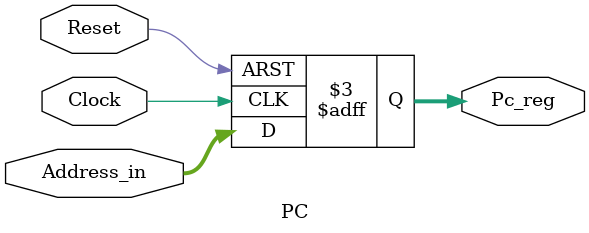
<source format=v>
module PC(Clock,Reset,Address_in,Pc_reg);
    input Clock;
    input Reset;
    input [31:0] Address_in;
    output reg[31:0] Pc_reg;

    initial begin
        Pc_reg <= 0;
    end
    always@(posedge Clock or posedge Reset)
    begin
        if (Reset) //如果为0则初始化PC，否则接受新地址
        begin  
            Pc_reg <= 0;  
        end  
        else   
        begin
            Pc_reg <= Address_in;  
        end
    end
endmodule

</source>
